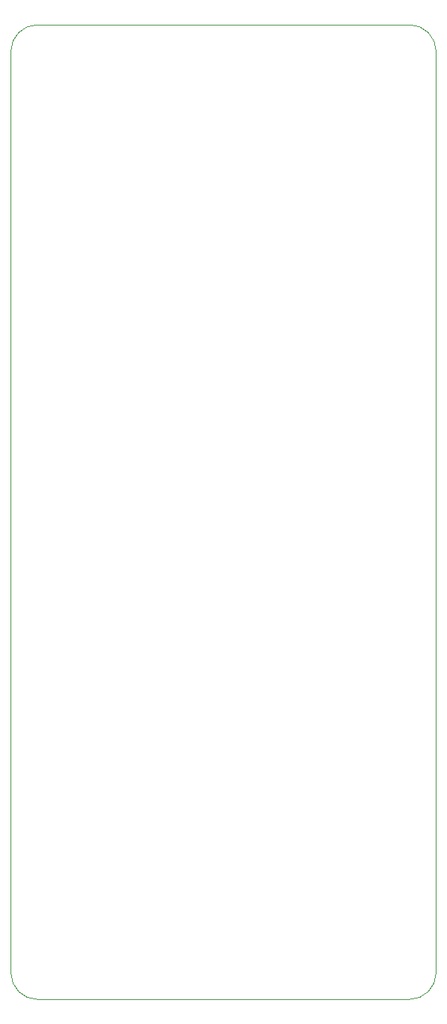
<source format=gbr>
%TF.GenerationSoftware,KiCad,Pcbnew,8.0.6*%
%TF.CreationDate,2024-12-18T16:53:39-05:00*%
%TF.ProjectId,hexapod,68657861-706f-4642-9e6b-696361645f70,rev?*%
%TF.SameCoordinates,Original*%
%TF.FileFunction,Profile,NP*%
%FSLAX46Y46*%
G04 Gerber Fmt 4.6, Leading zero omitted, Abs format (unit mm)*
G04 Created by KiCad (PCBNEW 8.0.6) date 2024-12-18 16:53:39*
%MOMM*%
%LPD*%
G01*
G04 APERTURE LIST*
%TA.AperFunction,Profile*%
%ADD10C,0.050000*%
%TD*%
G04 APERTURE END LIST*
D10*
X124000000Y-152000000D02*
G75*
G02*
X121000000Y-155000000I-3000000J0D01*
G01*
X79000000Y-45000000D02*
X121000000Y-45000000D01*
X124000000Y-48000000D02*
X124000000Y-152000000D01*
X121000000Y-45000000D02*
G75*
G02*
X124000000Y-48000000I0J-3000000D01*
G01*
X79000000Y-155000000D02*
G75*
G02*
X76000000Y-152000000I0J3000000D01*
G01*
X76000000Y-48000000D02*
G75*
G02*
X79000000Y-45000000I3000000J0D01*
G01*
X76000000Y-152000000D02*
X76000000Y-48000000D01*
X121000000Y-155000000D02*
X79000000Y-155000000D01*
M02*

</source>
